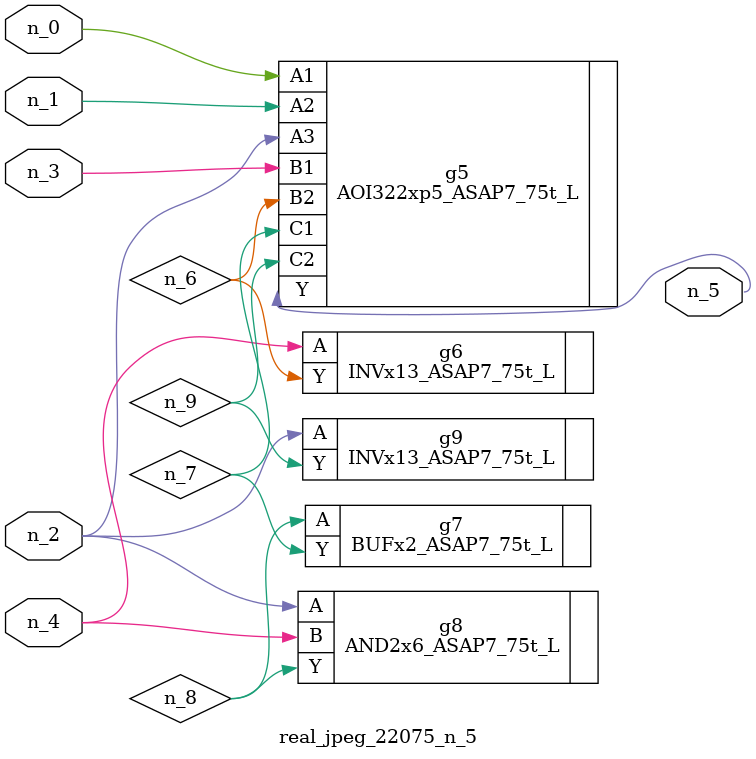
<source format=v>
module real_jpeg_22075_n_5 (n_4, n_0, n_1, n_2, n_3, n_5);

input n_4;
input n_0;
input n_1;
input n_2;
input n_3;

output n_5;

wire n_8;
wire n_6;
wire n_7;
wire n_9;

AOI322xp5_ASAP7_75t_L g5 ( 
.A1(n_0),
.A2(n_1),
.A3(n_2),
.B1(n_3),
.B2(n_6),
.C1(n_7),
.C2(n_9),
.Y(n_5)
);

AND2x6_ASAP7_75t_L g8 ( 
.A(n_2),
.B(n_4),
.Y(n_8)
);

INVx13_ASAP7_75t_L g9 ( 
.A(n_2),
.Y(n_9)
);

INVx13_ASAP7_75t_L g6 ( 
.A(n_4),
.Y(n_6)
);

BUFx2_ASAP7_75t_L g7 ( 
.A(n_8),
.Y(n_7)
);


endmodule
</source>
